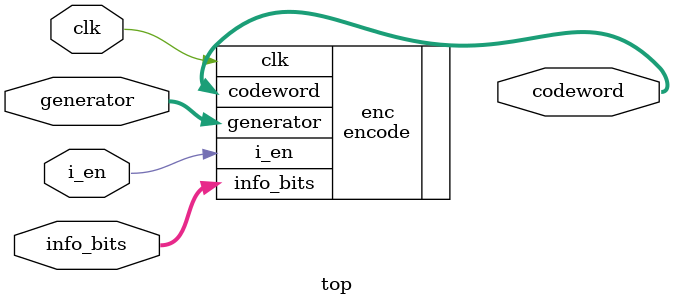
<source format=v>
module top(
    info_bits,
    generator,
    codeword,
    clk,
    i_en
);
parameter N = 11;
parameter K = 6;

input clk, i_en;
input [K-1:0] info_bits;
input [(K*N)-1:0] generator;
output [N-1:0] codeword;

encode #(.N(N), .K(K)) enc(
    .info_bits(info_bits),
    .generator(generator),
    .codeword(codeword),
    .clk(clk),
    .i_en(i_en)
);
endmodule

</source>
